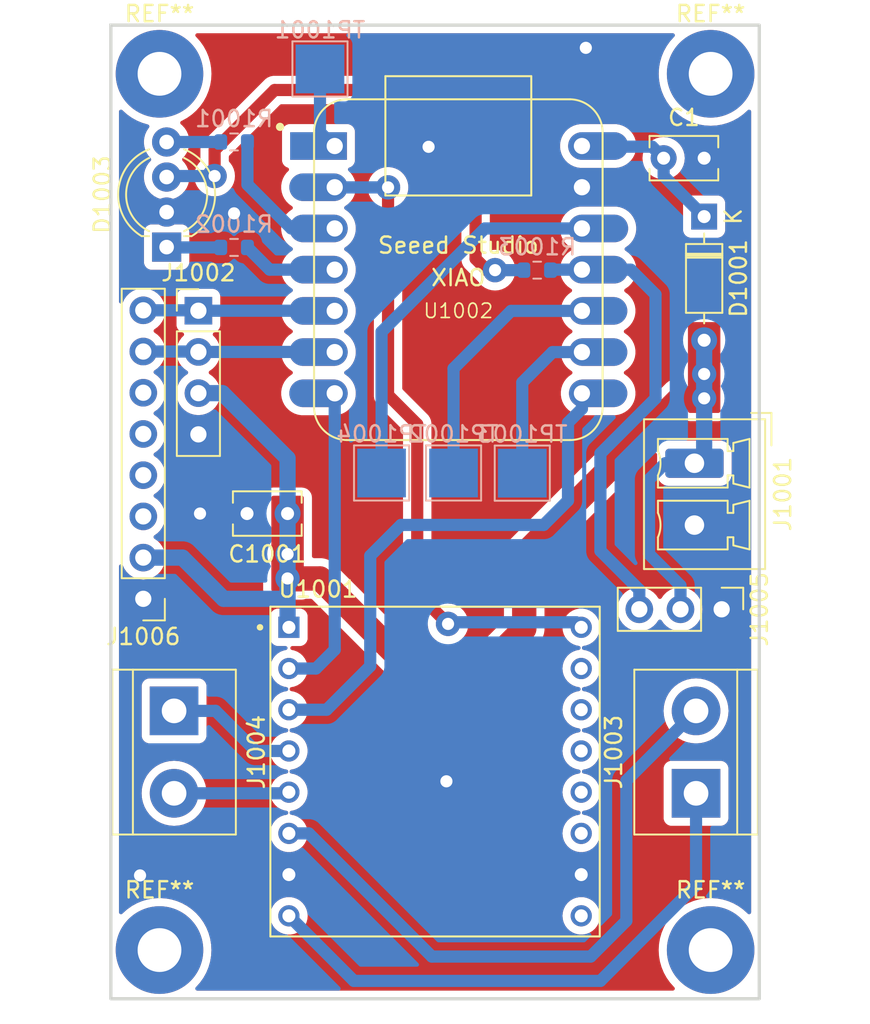
<source format=kicad_pcb>
(kicad_pcb (version 20240108) (generator "pcbnew") (generator_version "8.0")
  (layers (0 "F.Cu" signal) (31 "B.Cu" signal) (34 "B.Paste" user) (35 "F.Paste" user) (36 "B.SilkS" user "B.Silkscreen") (37 "F.SilkS" user "F.Silkscreen") (38 "B.Mask" user) (39 "F.Mask" user) (44 "Edge.Cuts" user))
  (net 0 "")
  (net 1 "GND")
  (net 2 "+5V")
  (net 3 "Net-(D1001-K)")
  (net 4 "Net-(D1003-RA)")
  (net 5 "Net-(D1003-GA)")
  (net 6 "Net-(D1003-BA)")
  (net 7 "/scl")
  (net 8 "/sda")
  (net 9 "Net-(J1003-Pin_2)")
  (net 10 "Net-(J1003-Pin_1)")
  (net 11 "Net-(J1004-Pin_2)")
  (net 12 "Net-(J1004-Pin_1)")
  (net 13 "LED1")
  (net 14 "LED2")
  (net 15 "LED3")
  (net 18 "BUSY")
  (net 19 "UC_TX")
  (net 21 "UC_RX")
  (net 25 "Net-(U1002-PA02_A0_D0)")
  (net 26 "Net-(U1002-PA5_A9_D9_MISO)")
  (net 27 "Net-(U1002-3V3)")
  (net 28 "Net-(U1002-PA7_A8_D8_SCK)")
  (footprint "footprints_esp:XIAO-Generic-Hybrid-14P-2.54-21X17.8MM" (layer "F.Cu") (at 21.435 15.07)
    (property "Reference" "U1002" (at 0 2.54 0) (layer "F.SilkS") (effects (font (size 0.889 0.889) (thickness 0.1016))))
    (property "Value" "MOUDLE-SEEEDUINO-XIAO-ESP32C3" (hide yes))
    (fp_line (start -8.9 -8.5) (end -8.9 8.5) (stroke (width 0.127)) (layer "F.SilkS"))
    (fp_line (start -6.9 10.5) (end 6.9 10.5) (stroke (width 0.127)) (layer "F.SilkS"))
    (fp_line (start -4.5 -11.92403) (end 4.5 -11.92403) (stroke (width 0.127)) (layer "F.SilkS"))
    (fp_line (start -4.5 -4.57073) (end -4.5 -11.92403) (stroke (width 0.127)) (layer "F.SilkS"))
    (fp_line (start 4.5 -11.92403) (end 4.5 -4.57073) (stroke (width 0.127)) (layer "F.SilkS"))
    (fp_line (start 4.5 -4.57073) (end -4.5 -4.57073) (stroke (width 0.127)) (layer "F.SilkS"))
    (fp_line (start 6.9 -10.49909) (end -6.9 -10.49909) (stroke (width 0.127)) (layer "F.SilkS"))
    (fp_line (start 8.9 8.5) (end 8.9 -8.5) (stroke (width 0.127)) (layer "F.SilkS"))
    (fp_arc (start -8.9 -8.5) (mid -8.301491 -9.901491) (end -6.9 -10.5) (stroke (width 0.12)) (layer "F.SilkS"))
    (fp_arc (start -6.9 10.5) (mid -8.301423 9.901423) (end -8.9 8.5) (stroke (width 0.12)) (layer "F.SilkS"))
    (fp_arc (start 6.9 -10.5) (mid 8.301494 -9.901494) (end 8.9 -8.5) (stroke (width 0.12)) (layer "F.SilkS"))
    (fp_arc (start 8.9 8.5) (mid 8.314214 9.914214) (end 6.9 10.5) (stroke (width 0.12)) (layer "F.SilkS"))
    (fp_circle (center -11 -8.8) (end -11 -9.054) (fill solid) (layer "F.SilkS"))
    (fp_poly (pts (xy -8.887715 -8.561705) (xy -8.884667 -8.610473) (xy -8.880603 -8.659494)) (stroke (width 0.0254)) (fill none) (layer "F.SilkS"))
    (fp_poly (pts (xy 8.889492 8.521574) (xy 8.887713 8.57085) (xy 8.884665 8.619618) (xy 8.880601 8.668639) (xy 8.875268 8.717407) (xy 8.868664 8.766175) (xy 8.861044 8.81469) (xy 8.852153 8.86295) (xy 8.842248 8.910955)) (stroke (width 0.0254)) (fill none) (layer "F.SilkS"))
    (fp_text user "Seeed Studio" (at 0 -1.5 0) (layer "F.SilkS"))
    (fp_text user "XIAO" (at 0 0.5 0) (layer "F.SilkS"))
    (pad "1" thru_hole rect (at -7.625 -7.62) (size 3.5 1.7) (drill 1 (offset -1 0)) (layers "*.Cu" "*.Mask") (net 25 "Net-(U1002-PA02_A0_D0)"))
    (pad "2" thru_hole oval (at -7.625 -5.08) (size 3.6 1.7) (drill 1 (offset -1 0)) (layers "*.Cu" "*.Mask") (net 18 "BUSY"))
    (pad "3" thru_hole oval (at -7.625 -2.54) (size 3.6 1.7) (drill 1 (offset -1 0)) (layers "*.Cu" "*.Mask") (net 13 "LED1"))
    (pad "4" thru_hole oval (at -7.625 0) (size 3.6 1.7) (drill 1 (offset -1 0)) (layers "*.Cu" "*.Mask") (net 14 "LED2"))
    (pad "5" thru_hole oval (at -7.625 2.54) (size 3.6 1.7) (drill 1 (offset -1 0)) (layers "*.Cu" "*.Mask") (net 7 "/scl"))
    (pad "6" thru_hole oval (at -7.625 5.08 180) (size 3.6 1.7) (drill 1 (offset 1 0)) (layers "*.Cu" "*.Mask") (net 8 "/sda"))
    (pad "7" thru_hole oval (at -7.625 7.62) (size 3.6 1.7) (drill 1 (offset -1 0)) (layers "*.Cu" "*.Mask") (net 19 "UC_TX"))
    (pad "8" thru_hole oval (at 7.625 7.62) (size 3.6 1.7) (drill 1 (offset 1 0)) (layers "*.Cu" "*.Mask") (net 21 "UC_RX"))
    (pad "9" thru_hole oval (at 7.625 5.08) (size 3.6 1.7) (drill 1 (offset 1 0)) (layers "*.Cu" "*.Mask") (net 28 "Net-(U1002-PA7_A8_D8_SCK)"))
    (pad "10" thru_hole oval (at 7.625 2.54) (size 3.6 1.7) (drill 1 (offset 1 0)) (layers "*.Cu" "*.Mask") (net 26 "Net-(U1002-PA5_A9_D9_MISO)"))
    (pad "11" thru_hole oval (at 7.625 0) (size 3.7 1.7) (drill 1 (offset 1 0)) (layers "*.Cu" "*.Mask") (net 15 "LED3"))
    (pad "12" thru_hole oval (at 7.625 -2.54) (size 3.7 1.7) (drill 1 (offset 1 0)) (layers "*.Cu" "*.Mask") (net 27 "Net-(U1002-3V3)"))
    (pad "13" thru_hole oval (at 7.625 -5.08) (size 3.7 1.7) (drill 1 (offset 1 0)) (layers "*.Cu" "*.Mask") (net 1 "GND"))
    (pad "14" thru_hole oval (at 7.625 -7.62) (size 3.7 1.7) (drill 1 (offset 1 0)) (layers "*.Cu" "*.Mask") (net 3 "Net-(D1001-K)"))
  )
  (footprint "TerminalBlock:TerminalBlock_bornier-2_P5.08mm" (layer "F.Cu") (at 3.9 42.26 -90)
    (property "Reference" "J1004" (at 2.54 -5.08 90) (layer "F.SilkS"))
    (property "Value" "Conn_01x02")
    (fp_line (start -2.54 3.81) (end 7.62 3.81) (stroke (width 0.12)) (layer "F.SilkS"))
    (fp_line (start 7.62 3.81) (end 7.62 -3.81) (stroke (width 0.12)) (layer "F.SilkS"))
    (fp_line (start 7.62 2.54) (end -2.54 2.54) (stroke (width 0.12)) (layer "F.SilkS"))
    (fp_line (start -2.54 -3.81) (end -2.54 3.81) (stroke (width 0.12)) (layer "F.SilkS"))
    (fp_line (start 7.62 -3.81) (end -2.54 -3.81) (stroke (width 0.12)) (layer "F.SilkS"))
    (pad "1" thru_hole rect (at 0 0 270) (size 3 3) (drill 1.52) (layers "*.Cu" "*.Mask") (net 12 "Net-(J1004-Pin_1)"))
    (pad "2" thru_hole circle (at 5.08 0 270) (size 3 3) (drill 1.52) (layers "*.Cu" "*.Mask") (net 11 "Net-(J1004-Pin_2)"))
  )
  (footprint "Connector_Phoenix_MC:PhoenixContact_MCV_1,5_2-G-3.81_1x02_P3.81mm_Vertical" (layer "F.Cu") (at 36 27 -90)
    (property "Reference" "J1001" (at 1.9 -5.45 -90) (layer "F.SilkS"))
    (property "Value" "Conn_01x02")
    (fp_line (start -2.71 3.11) (end 6.52 3.11) (stroke (width 0.12)) (layer "F.SilkS"))
    (fp_line (start 6.52 3.11) (end 6.52 -4.36) (stroke (width 0.12)) (layer "F.SilkS"))
    (fp_line (start -1.5 2.25) (end -1.5 -2.05) (stroke (width 0.12)) (layer "F.SilkS"))
    (fp_line (start -0.75 2.25) (end -1.5 2.25) (stroke (width 0.12)) (layer "F.SilkS"))
    (fp_line (start 1.5 2.25) (end 0.75 2.25) (stroke (width 0.12)) (layer "F.SilkS"))
    (fp_line (start 2.31 2.25) (end 2.31 -2.05) (stroke (width 0.12)) (layer "F.SilkS"))
    (fp_line (start 3.06 2.25) (end 2.31 2.25) (stroke (width 0.12)) (layer "F.SilkS"))
    (fp_line (start 5.31 2.25) (end 4.56 2.25) (stroke (width 0.12)) (layer "F.SilkS"))
    (fp_line (start -1.5 -2.05) (end -0.75 -2.05) (stroke (width 0.12)) (layer "F.SilkS"))
    (fp_line (start -0.75 -2.05) (end -0.75 -2.4) (stroke (width 0.12)) (layer "F.SilkS"))
    (fp_line (start 0.75 -2.05) (end 1.5 -2.05) (stroke (width 0.12)) (layer "F.SilkS"))
    (fp_line (start 1.5 -2.05) (end 1.5 2.25) (stroke (width 0.12)) (layer "F.SilkS"))
    (fp_line (start 2.31 -2.05) (end 3.06 -2.05) (stroke (width 0.12)) (layer "F.SilkS"))
    (fp_line (start 3.06 -2.05) (end 3.06 -2.4) (stroke (width 0.12)) (layer "F.SilkS"))
    (fp_line (start 4.56 -2.05) (end 5.31 -2.05) (stroke (width 0.12)) (layer "F.SilkS"))
    (fp_line (start 5.31 -2.05) (end 5.31 2.25) (stroke (width 0.12)) (layer "F.SilkS"))
    (fp_line (start -1.25 -2.4) (end -1.5 -3.4) (stroke (width 0.12)) (layer "F.SilkS"))
    (fp_line (start -0.75 -2.4) (end -1.25 -2.4) (stroke (width 0.12)) (layer "F.SilkS"))
    (fp_line (start 0.75 -2.4) (end 0.75 -2.05) (stroke (width 0.12)) (layer "F.SilkS"))
    (fp_line (start 1.25 -2.4) (end 0.75 -2.4) (stroke (width 0.12)) (layer "F.SilkS"))
    (fp_line (start 2.56 -2.4) (end 2.31 -3.4) (stroke (width 0.12)) (layer "F.SilkS"))
    (fp_line (start 3.06 -2.4) (end 2.56 -2.4) (stroke (width 0.12)) (layer "F.SilkS"))
    (fp_line (start 4.56 -2.4) (end 4.56 -2.05) (stroke (width 0.12)) (layer "F.SilkS"))
    (fp_line (start 5.06 -2.4) (end 4.56 -2.4) (stroke (width 0.12)) (layer "F.SilkS"))
    (fp_line (start -1.5 -3.4) (end 1.5 -3.4) (stroke (width 0.12)) (layer "F.SilkS"))
    (fp_line (start 1.5 -3.4) (end 1.25 -2.4) (stroke (width 0.12)) (layer "F.SilkS"))
    (fp_line (start 2.31 -3.4) (end 5.31 -3.4) (stroke (width 0.12)) (layer "F.SilkS"))
    (fp_line (start 5.31 -3.4) (end 5.06 -2.4) (stroke (width 0.12)) (layer "F.SilkS"))
    (fp_line (start -3.1 -3.5) (end -3.1 -4.75) (stroke (width 0.12)) (layer "F.SilkS"))
    (fp_line (start -2.71 -4.36) (end -2.71 3.11) (stroke (width 0.12)) (layer "F.SilkS"))
    (fp_line (start 6.52 -4.36) (end -2.71 -4.36) (stroke (width 0.12)) (layer "F.SilkS"))
    (fp_line (start -3.1 -4.75) (end -1.1 -4.75) (stroke (width 0.12)) (layer "F.SilkS"))
    (fp_arc (start -0.75 2.25) (mid -0.000193 2.09191) (end 0.749647 2.249844) (stroke (width 0.12)) (layer "F.SilkS"))
    (fp_arc (start 3.06 2.25) (mid 3.809807 2.09191) (end 4.559647 2.249844) (stroke (width 0.12)) (layer "F.SilkS"))
    (pad "1" thru_hole roundrect (at 0 0 270) (size 1.8 3.6) (drill 1.2) (layers "*.Cu" "*.Mask") (roundrect_rratio 0.138889) (net 2 "+5V"))
    (pad "2" thru_hole oval (at 3.81 0 270) (size 1.8 3.6) (drill 1.2) (layers "*.Cu" "*.Mask") (net 1 "GND"))
  )
  (footprint "MountingHole:MountingHole_2.7mm_Pad" (layer "F.Cu") (at 37 3)
    (property "Reference" "REF**" (at 0 -3.7 0) (layer "F.SilkS"))
    (property "Value" "MountingHole_2.7mm_Pad")
    (pad "1" thru_hole circle (at 0 0) (size 5.4 5.4) (drill 2.7) (layers "*.Cu" "*.Mask"))
  )
  (footprint "Diode_THT:D_DO-35_SOD27_P7.62mm_Horizontal" (layer "F.Cu") (at 36.6 11.8 -90)
    (property "Reference" "D1001" (at 3.81 -2.12 90) (layer "F.SilkS"))
    (property "Value" "1N4148")
    (fp_line (start 1.69 1.12) (end 5.93 1.12) (stroke (width 0.12)) (layer "F.SilkS"))
    (fp_line (start 5.93 1.12) (end 5.93 -1.12) (stroke (width 0.12)) (layer "F.SilkS"))
    (fp_line (start 1.04 0) (end 1.69 0) (stroke (width 0.12)) (layer "F.SilkS"))
    (fp_line (start 6.58 0) (end 5.93 0) (stroke (width 0.12)) (layer "F.SilkS"))
    (fp_line (start 1.69 -1.12) (end 1.69 1.12) (stroke (width 0.12)) (layer "F.SilkS"))
    (fp_line (start 2.29 -1.12) (end 2.29 1.12) (stroke (width 0.12)) (layer "F.SilkS"))
    (fp_line (start 2.41 -1.12) (end 2.41 1.12) (stroke (width 0.12)) (layer "F.SilkS"))
    (fp_line (start 2.53 -1.12) (end 2.53 1.12) (stroke (width 0.12)) (layer "F.SilkS"))
    (fp_line (start 5.93 -1.12) (end 1.69 -1.12) (stroke (width 0.12)) (layer "F.SilkS"))
    (fp_text user "K" (at 0 -1.8 90) (layer "F.SilkS"))
    (pad "1" thru_hole rect (at 0 0 270) (size 1.6 1.6) (drill 0.8) (layers "*.Cu" "*.Mask") (net 3 "Net-(D1001-K)"))
    (pad "2" thru_hole oval (at 7.62 0 270) (size 1.6 1.6) (drill 0.8) (layers "*.Cu" "*.Mask") (net 2 "+5V"))
  )
  (footprint "DFR0299:MODULE_DFR0299" (layer "F.Cu") (at 20 46)
    (property "Reference" "U1001" (at -7.225 -11.235 0) (layer "F.SilkS"))
    (property "Value" "DFR0299")
    (fp_line (start -10.16 -10.16) (end 10.16 -10.16) (stroke (width 0.127)) (layer "F.SilkS"))
    (fp_line (start -10.16 10.16) (end -10.16 -10.16) (stroke (width 0.127)) (layer "F.SilkS"))
    (fp_line (start 10.16 -10.16) (end 10.16 10.16) (stroke (width 0.127)) (layer "F.SilkS"))
    (fp_line (start 10.16 10.16) (end -10.16 10.16) (stroke (width 0.127)) (layer "F.SilkS"))
    (fp_circle (center -10.8 -8.89) (end -10.7 -8.89) (stroke (width 0.2)) (fill none) (layer "F.SilkS"))
    (pad "1" thru_hole rect (at -9.017 -8.89) (size 1.308 1.308) (drill 0.8) (layers "*.Cu" "*.Mask") (net 2 "+5V"))
    (pad "2" thru_hole circle (at -9.017 -6.35) (size 1.308 1.308) (drill 0.8) (layers "*.Cu" "*.Mask") (net 19 "UC_TX"))
    (pad "3" thru_hole circle (at -9.017 -3.81) (size 1.308 1.308) (drill 0.8) (layers "*.Cu" "*.Mask") (net 21 "UC_RX"))
    (pad "4" thru_hole circle (at -9.017 -1.27) (size 1.308 1.308) (drill 0.8) (layers "*.Cu" "*.Mask") (net 12 "Net-(J1004-Pin_1)"))
    (pad "5" thru_hole circle (at -9.017 1.27) (size 1.308 1.308) (drill 0.8) (layers "*.Cu" "*.Mask") (net 11 "Net-(J1004-Pin_2)"))
    (pad "6" thru_hole circle (at -9.017 3.81) (size 1.308 1.308) (drill 0.8) (layers "*.Cu" "*.Mask") (net 9 "Net-(J1003-Pin_2)"))
    (pad "7" thru_hole circle (at -9.017 6.35) (size 1.308 1.308) (drill 0.8) (layers "*.Cu" "*.Mask") (net 1 "GND"))
    (pad "8" thru_hole circle (at -9.017 8.89) (size 1.308 1.308) (drill 0.8) (layers "*.Cu" "*.Mask") (net 10 "Net-(J1003-Pin_1)"))
    (pad "9" thru_hole circle (at 9.017 8.89) (size 1.308 1.308) (drill 0.8) (layers "*.Cu" "*.Mask"))
    (pad "10" thru_hole circle (at 9.017 6.35) (size 1.308 1.308) (drill 0.8) (layers "*.Cu" "*.Mask") (net 1 "GND"))
    (pad "11" thru_hole circle (at 9.017 3.81) (size 1.308 1.308) (drill 0.8) (layers "*.Cu" "*.Mask"))
    (pad "12" thru_hole circle (at 9.017 1.27) (size 1.308 1.308) (drill 0.8) (layers "*.Cu" "*.Mask"))
    (pad "13" thru_hole circle (at 9.017 -1.27) (size 1.308 1.308) (drill 0.8) (layers "*.Cu" "*.Mask"))
    (pad "14" thru_hole circle (at 9.017 -3.81) (size 1.308 1.308) (drill 0.8) (layers "*.Cu" "*.Mask"))
    (pad "15" thru_hole circle (at 9.017 -6.35) (size 1.308 1.308) (drill 0.8) (layers "*.Cu" "*.Mask"))
    (pad "16" thru_hole circle (at 9.017 -8.89) (size 1.308 1.308) (drill 0.8) (layers "*.Cu" "*.Mask") (net 18 "BUSY"))
  )
  (footprint "LED_THT:LED_D5.0mm-4_RGB_Wide_Pins" (layer "F.Cu") (at 3.44 13.68 90)
    (property "Reference" "D1003" (at 3.2385 -3.96 -90) (layer "F.SilkS"))
    (property "Value" "LED_GKBR")
    (fp_line (start 0.6785 -1.545) (end 0.6785 -1.08) (stroke (width 0.12)) (layer "F.SilkS"))
    (fp_line (start 0.6785 1.08) (end 0.6785 1.545) (stroke (width 0.12)) (layer "F.SilkS"))
    (fp_arc (start 0.6785 -1.54483) (mid 3.496956 -2.978809) (end 6.026315 -1.080827) (stroke (width 0.12)) (layer "F.SilkS"))
    (fp_arc (start 0.983816 -1.08) (mid 3.238262 -2.5) (end 5.492979 -1.080429) (stroke (width 0.12)) (layer "F.SilkS"))
    (fp_arc (start 5.492979 1.080429) (mid 3.238262 2.5) (end 0.983816 1.08) (stroke (width 0.12)) (layer "F.SilkS"))
    (fp_arc (start 6.026315 1.080827) (mid 3.496956 2.978808) (end 0.6785 1.54483) (stroke (width 0.12)) (layer "F.SilkS"))
    (pad "1" thru_hole rect (at 0 0 90) (size 1.8 1.8) (drill 0.9) (layers "*.Cu" "*.Mask") (net 5 "Net-(D1003-GA)"))
    (pad "2" thru_hole circle (at 2.159 0 90) (size 1.8 1.8) (drill 0.9) (layers "*.Cu" "*.Mask") (net 1 "GND"))
    (pad "3" thru_hole circle (at 4.318 0 90) (size 1.8 1.8) (drill 0.9) (layers "*.Cu" "*.Mask") (net 6 "Net-(D1003-BA)"))
    (pad "4" thru_hole circle (at 6.477 0 90) (size 1.8 1.8) (drill 0.9) (layers "*.Cu" "*.Mask") (net 4 "Net-(D1003-RA)"))
  )
  (footprint "MountingHole:MountingHole_2.7mm_Pad" (layer "F.Cu") (at 3 3)
    (property "Reference" "REF**" (at 0 -3.7 0) (layer "F.SilkS"))
    (property "Value" "MountingHole_2.7mm_Pad")
    (pad "1" thru_hole circle (at 0 0) (size 5.4 5.4) (drill 2.7) (layers "*.Cu" "*.Mask"))
  )
  (footprint "MountingHole:MountingHole_2.7mm_Pad" (layer "F.Cu") (at 3 57)
    (property "Reference" "REF**" (at 0 -3.7 0) (layer "F.SilkS"))
    (property "Value" "MountingHole_2.7mm_Pad")
    (pad "1" thru_hole circle (at 0 0) (size 5.4 5.4) (drill 2.7) (layers "*.Cu" "*.Mask"))
  )
  (footprint "Capacitor_THT:C_Rect_L4.0mm_W2.5mm_P2.50mm" (layer "F.Cu") (at 10.9 30.1 180)
    (property "Reference" "C1001" (at 1.25 -2.5 180) (layer "F.SilkS"))
    (property "Value" "22uF x 25V X7R 1210")
    (fp_line (start 3.37 0.665) (end 3.37 1.37) (stroke (width 0.12)) (layer "F.SilkS"))
    (fp_line (start 3.37 -1.37) (end 3.37 -0.665) (stroke (width 0.12)) (layer "F.SilkS"))
    (fp_line (start -0.87 1.37) (end 3.37 1.37) (stroke (width 0.12)) (layer "F.SilkS"))
    (fp_line (start -0.87 0.665) (end -0.87 1.37) (stroke (width 0.12)) (layer "F.SilkS"))
    (fp_line (start -0.87 -1.37) (end 3.37 -1.37) (stroke (width 0.12)) (layer "F.SilkS"))
    (fp_line (start -0.87 -1.37) (end -0.87 -0.665) (stroke (width 0.12)) (layer "F.SilkS"))
    (pad "1" thru_hole circle (at 0 0 180) (size 1.6 1.6) (drill 0.8) (layers "*.Cu" "*.Mask") (net 2 "+5V"))
    (pad "2" thru_hole circle (at 2.5 0 180) (size 1.6 1.6) (drill 0.8) (layers "*.Cu" "*.Mask") (net 1 "GND"))
  )
  (footprint "MountingHole:MountingHole_2.7mm_Pad" (layer "F.Cu") (at 37 57)
    (property "Reference" "REF**" (at 0 -3.7 0) (layer "F.SilkS"))
    (property "Value" "MountingHole_2.7mm_Pad")
    (pad "1" thru_hole circle (at 0 0) (size 5.4 5.4) (drill 2.7) (layers "*.Cu" "*.Mask"))
  )
  (footprint "TerminalBlock:TerminalBlock_bornier-2_P5.08mm" (layer "F.Cu") (at 36.1 47.34 90)
    (property "Reference" "J1003" (at 2.54 -5.08 90) (layer "F.SilkS"))
    (property "Value" "Conn_01x02")
    (fp_line (start 7.62 -3.81) (end -2.54 -3.81) (stroke (width 0.12)) (layer "F.SilkS"))
    (fp_line (start -2.54 -3.81) (end -2.54 3.81) (stroke (width 0.12)) (layer "F.SilkS"))
    (fp_line (start 7.62 2.54) (end -2.54 2.54) (stroke (width 0.12)) (layer "F.SilkS"))
    (fp_line (start 7.62 3.81) (end 7.62 -3.81) (stroke (width 0.12)) (layer "F.SilkS"))
    (fp_line (start -2.54 3.81) (end 7.62 3.81) (stroke (width 0.12)) (layer "F.SilkS"))
    (pad "1" thru_hole rect (at 0 0 90) (size 3 3) (drill 1.52) (layers "*.Cu" "*.Mask") (net 10 "Net-(J1003-Pin_1)"))
    (pad "2" thru_hole circle (at 5.08 0 90) (size 3 3) (drill 1.52) (layers "*.Cu" "*.Mask") (net 9 "Net-(J1003-Pin_2)"))
  )
  (footprint "Capacitor_THT:C_Rect_L4.0mm_W2.5mm_P2.50mm" (layer "F.Cu") (at 34.1 8.2)
    (property "Reference" "C1" (at 1.25 -2.5 0) (layer "F.SilkS"))
    (property "Value" "22uF x 25V X7R 1210")
    (fp_line (start -0.87 -1.37) (end -0.87 -0.665) (stroke (width 0.12)) (layer "F.SilkS"))
    (fp_line (start -0.87 -1.37) (end 3.37 -1.37) (stroke (width 0.12)) (layer "F.SilkS"))
    (fp_line (start -0.87 0.665) (end -0.87 1.37) (stroke (width 0.12)) (layer "F.SilkS"))
    (fp_line (start -0.87 1.37) (end 3.37 1.37) (stroke (width 0.12)) (layer "F.SilkS"))
    (fp_line (start 3.37 -1.37) (end 3.37 -0.665) (stroke (width 0.12)) (layer "F.SilkS"))
    (fp_line (start 3.37 0.665) (end 3.37 1.37) (stroke (width 0.12)) (layer "F.SilkS"))
    (pad "1" thru_hole circle (at 0 0) (size 1.6 1.6) (drill 0.8) (layers "*.Cu" "*.Mask") (net 3 "Net-(D1001-K)"))
    (pad "2" thru_hole circle (at 2.5 0) (size 1.6 1.6) (drill 0.8) (layers "*.Cu" "*.Mask") (net 1 "GND"))
  )
  (footprint "Connector_PinHeader_2.54mm:PinHeader_1x04_P2.54mm_Vertical" (layer "F.Cu") (at 5.4 17.6)
    (property "Reference" "J1002" (at 0 -2.33 0) (layer "F.SilkS"))
    (property "Value" "Conn_01x04")
    (fp_line (start -1.33 -1.33) (end 0 -1.33) (stroke (width 0.12)) (layer "F.SilkS"))
    (fp_line (start -1.33 0) (end -1.33 -1.33) (stroke (width 0.12)) (layer "F.SilkS"))
    (fp_line (start -1.33 1.27) (end -1.33 8.95) (stroke (width 0.12)) (layer "F.SilkS"))
    (fp_line (start -1.33 1.27) (end 1.33 1.27) (stroke (width 0.12)) (layer "F.SilkS"))
    (fp_line (start -1.33 8.95) (end 1.33 8.95) (stroke (width 0.12)) (layer "F.SilkS"))
    (fp_line (start 1.33 1.27) (end 1.33 8.95) (stroke (width 0.12)) (layer "F.SilkS"))
    (pad "1" thru_hole rect (at 0 0) (size 1.7 1.7) (drill 1) (layers "*.Cu" "*.Mask") (net 7 "/scl"))
    (pad "2" thru_hole oval (at 0 2.54) (size 1.7 1.7) (drill 1) (layers "*.Cu" "*.Mask") (net 8 "/sda"))
    (pad "3" thru_hole oval (at 0 5.08) (size 1.7 1.7) (drill 1) (layers "*.Cu" "*.Mask") (net 2 "+5V"))
    (pad "4" thru_hole oval (at 0 7.62) (size 1.7 1.7) (drill 1) (layers "*.Cu" "*.Mask") (net 1 "GND"))
  )
  (footprint "Connector_PinHeader_2.54mm:PinHeader_1x08_P2.54mm_Vertical" (layer "F.Cu") (at 2 35.355 180)
    (property "Reference" "J1006" (at 0 -2.33 180) (layer "F.SilkS"))
    (property "Value" "Conn_01x08")
    (fp_line (start 1.33 1.27) (end 1.33 19.11) (stroke (width 0.12)) (layer "F.SilkS"))
    (fp_line (start -1.33 19.11) (end 1.33 19.11) (stroke (width 0.12)) (layer "F.SilkS"))
    (fp_line (start -1.33 1.27) (end 1.33 1.27) (stroke (width 0.12)) (layer "F.SilkS"))
    (fp_line (start -1.33 1.27) (end -1.33 19.11) (stroke (width 0.12)) (layer "F.SilkS"))
    (fp_line (start -1.33 0) (end -1.33 -1.33) (stroke (width 0.12)) (layer "F.SilkS"))
    (fp_line (start -1.33 -1.33) (end 0 -1.33) (stroke (width 0.12)) (layer "F.SilkS"))
    (pad "1" thru_hole rect (at 0 0 180) (size 1.7 1.7) (drill 1) (layers "*.Cu" "*.Mask") (net 1 "GND"))
    (pad "2" thru_hole oval (at 0 2.54 180) (size 1.7 1.7) (drill 1) (layers "*.Cu" "*.Mask") (net 2 "+5V"))
    (pad "3" thru_hole oval (at 0 5.08 180) (size 1.7 1.7) (drill 1) (layers "*.Cu" "*.Mask"))
    (pad "4" thru_hole oval (at 0 7.62 180) (size 1.7 1.7) (drill 1) (layers "*.Cu" "*.Mask"))
    (pad "5" thru_hole oval (at 0 10.16 180) (size 1.7 1.7) (drill 1) (layers "*.Cu" "*.Mask"))
    (pad "6" thru_hole oval (at 0 12.7 180) (size 1.7 1.7) (drill 1) (layers "*.Cu" "*.Mask"))
    (pad "7" thru_hole oval (at 0 15.24 180) (size 1.7 1.7) (drill 1) (layers "*.Cu" "*.Mask") (net 8 "/sda"))
    (pad "8" thru_hole oval (at 0 17.78 180) (size 1.7 1.7) (drill 1) (layers "*.Cu" "*.Mask") (net 7 "/scl"))
  )
  (footprint "Connector_PinHeader_2.54mm:PinHeader_1x03_P2.54mm_Vertical" (layer "F.Cu") (at 37.68 36 -90)
    (property "Reference" "J1005" (at 0 -2.33 90) (layer "F.SilkS"))
    (property "Value" "Conn_01x03")
    (fp_line (start -1.33 6.41) (end 1.33 6.41) (stroke (width 0.12)) (layer "F.SilkS"))
    (fp_line (start -1.33 1.27) (end -1.33 6.41) (stroke (width 0.12)) (layer "F.SilkS"))
    (fp_line (start -1.33 1.27) (end 1.33 1.27) (stroke (width 0.12)) (layer "F.SilkS"))
    (fp_line (start 1.33 1.27) (end 1.33 6.41) (stroke (width 0.12)) (layer "F.SilkS"))
    (fp_line (start -1.33 0) (end -1.33 -1.33) (stroke (width 0.12)) (layer "F.SilkS"))
    (fp_line (start -1.33 -1.33) (end 0 -1.33) (stroke (width 0.12)) (layer "F.SilkS"))
    (pad "1" thru_hole rect (at 0 0 270) (size 1.7 1.7) (drill 1) (layers "*.Cu" "*.Mask") (net 1 "GND"))
    (pad "2" thru_hole oval (at 0 2.54 270) (size 1.7 1.7) (drill 1) (layers "*.Cu" "*.Mask") (net 2 "+5V"))
    (pad "3" thru_hole oval (at 0 5.08 270) (size 1.7 1.7) (drill 1) (layers "*.Cu" "*.Mask") (net 15 "LED3"))
  )
  (footprint "TestPoint:TestPoint_Pad_3.0x3.0mm" (layer "B.Cu") (at 16.7 27.6 180)
    (property "Reference" "TP1004" (at 0 2.398 180) (layer "B.SilkS") (effects (justify mirror)))
    (property "Value" "TestPoint")
    (fp_line (start 1.7 1.7) (end -1.7 1.7) (stroke (width 0.12)) (layer "B.SilkS"))
    (fp_line (start 1.7 -1.7) (end 1.7 1.7) (stroke (width 0.12)) (layer "B.SilkS"))
    (fp_line (start -1.7 1.7) (end -1.7 -1.7) (stroke (width 0.12)) (layer "B.SilkS"))
    (fp_line (start -1.7 -1.7) (end 1.7 -1.7) (stroke (width 0.12)) (layer "B.SilkS"))
    (pad "1" smd rect (at 0 0 180) (size 3 3) (layers "B.Cu" "B.Mask") (net 27 "Net-(U1002-3V3)"))
  )
  (footprint "Resistor_SMD:R_0603_1608Metric" (layer "B.Cu") (at 26.3 15.1 180)
    (property "Reference" "R1003" (at 0 1.43 0) (layer "B.SilkS") (effects (justify mirror)))
    (property "Value" "100")
    (fp_line (start 0.237258 0.5225) (end -0.237258 0.5225) (stroke (width 0.12)) (layer "B.SilkS"))
    (fp_line (start 0.237258 -0.5225) (end -0.237258 -0.5225) (stroke (width 0.12)) (layer "B.SilkS"))
    (pad "1" smd roundrect (at -0.825 0 180) (size 0.8 0.95) (layers "B.Cu" "B.Paste" "B.Mask") (net 15 "LED3"))
    (pad "2" smd roundrect (at 0.825 0 180) (size 0.8 0.95) (layers "B.Cu" "B.Paste" "B.Mask") (net 6 "Net-(D1003-BA)"))
  )
  (footprint "TestPoint:TestPoint_Pad_3.0x3.0mm" (layer "B.Cu") (at 25.38 27.61 180)
    (property "Reference" "TP1003" (at 0 2.398 180) (layer "B.SilkS") (effects (justify mirror)))
    (property "Value" "TestPoint")
    (fp_line (start 1.7 1.7) (end -1.7 1.7) (stroke (width 0.12)) (layer "B.SilkS"))
    (fp_line (start 1.7 -1.7) (end 1.7 1.7) (stroke (width 0.12)) (layer "B.SilkS"))
    (fp_line (start -1.7 1.7) (end -1.7 -1.7) (stroke (width 0.12)) (layer "B.SilkS"))
    (fp_line (start -1.7 -1.7) (end 1.7 -1.7) (stroke (width 0.12)) (layer "B.SilkS"))
    (pad "1" smd rect (at 0 0 180) (size 3 3) (layers "B.Cu" "B.Mask") (net 28 "Net-(U1002-PA7_A8_D8_SCK)"))
  )
  (footprint "TestPoint:TestPoint_Pad_3.0x3.0mm" (layer "B.Cu") (at 21.14 27.6 180)
    (property "Reference" "TP1002" (at 0 2.398 180) (layer "B.SilkS") (effects (justify mirror)))
    (property "Value" "TestPoint")
    (fp_line (start 1.7 1.7) (end -1.7 1.7) (stroke (width 0.12)) (layer "B.SilkS"))
    (fp_line (start 1.7 -1.7) (end 1.7 1.7) (stroke (width 0.12)) (layer "B.SilkS"))
    (fp_line (start -1.7 1.7) (end -1.7 -1.7) (stroke (width 0.12)) (layer "B.SilkS"))
    (fp_line (start -1.7 -1.7) (end 1.7 -1.7) (stroke (width 0.12)) (layer "B.SilkS"))
    (pad "1" smd rect (at 0 0 180) (size 3 3) (layers "B.Cu" "B.Mask") (net 26 "Net-(U1002-PA5_A9_D9_MISO)"))
  )
  (footprint "TestPoint:TestPoint_Pad_3.0x3.0mm" (layer "B.Cu") (at 12.9 2.7 180)
    (property "Reference" "TP1001" (at 0 2.398 0) (layer "B.SilkS") (effects (justify mirror)))
    (property "Value" "TestPoint")
    (fp_line (start 1.7 1.7) (end -1.7 1.7) (stroke (width 0.12)) (layer "B.SilkS"))
    (fp_line (start 1.7 -1.7) (end 1.7 1.7) (stroke (width 0.12)) (layer "B.SilkS"))
    (fp_line (start -1.7 1.7) (end -1.7 -1.7) (stroke (width 0.12)) (layer "B.SilkS"))
    (fp_line (start -1.7 -1.7) (end 1.7 -1.7) (stroke (width 0.12)) (layer "B.SilkS"))
    (pad "1" smd rect (at 0 0 180) (size 3 3) (layers "B.Cu" "B.Mask") (net 25 "Net-(U1002-PA02_A0_D0)"))
  )
  (footprint "Resistor_SMD:R_0603_1608Metric" (layer "B.Cu") (at 7.6 7.2 180)
    (property "Reference" "R1001" (at 0 1.43 180) (layer "B.SilkS") (effects (justify mirror)))
    (property "Value" "100")
    (fp_line (start 0.237258 0.5225) (end -0.237258 0.5225) (stroke (width 0.12)) (layer "B.SilkS"))
    (fp_line (start 0.237258 -0.5225) (end -0.237258 -0.5225) (stroke (width 0.12)) (layer "B.SilkS"))
    (pad "1" smd roundrect (at -0.825 0 180) (size 0.8 0.95) (layers "B.Cu" "B.Paste" "B.Mask") (net 13 "LED1"))
    (pad "2" smd roundrect (at 0.825 0 180) (size 0.8 0.95) (layers "B.Cu" "B.Paste" "B.Mask") (net 4 "Net-(D1003-RA)"))
  )
  (footprint "Resistor_SMD:R_0603_1608Metric" (layer "B.Cu") (at 7.6 13.7 180)
    (property "Reference" "R1002" (at 0 1.43 180) (layer "B.SilkS") (effects (justify mirror)))
    (property "Value" "100")
    (fp_line (start 0.237258 0.5225) (end -0.237258 0.5225) (stroke (width 0.12)) (layer "B.SilkS"))
    (fp_line (start 0.237258 -0.5225) (end -0.237258 -0.5225) (stroke (width 0.12)) (layer "B.SilkS"))
    (pad "1" smd roundrect (at -0.825 0 180) (size 0.8 0.95) (layers "B.Cu" "B.Paste" "B.Mask") (net 14 "LED2"))
    (pad "2" smd roundrect (at 0.825 0 180) (size 0.8 0.95) (layers "B.Cu" "B.Paste" "B.Mask") (net 5 "Net-(D1003-GA)"))
  )
  (gr_rect (start 0 0) (end 40 60) (stroke (width 0.2)) (fill none) (layer "Edge.Cuts"))
  (via (at 5.5 30.1) (size 1.5) (drill 0.75) (layers "F.Cu" "B.Cu") (net 1))
  (via (at 20.7 46.6) (size 1.5) (drill 0.75) (layers "F.Cu" "B.Cu") (net 1))
  (via (at 1.8 52.4) (size 1.5) (drill 0.75) (layers "F.Cu" "B.Cu") (net 1))
  (via (at 7.6 11.6) (size 1.5) (drill 0.75) (layers "F.Cu" "B.Cu") (net 1))
  (via (at 29.3 1.4) (size 1.5) (drill 0.75) (layers "F.Cu" "B.Cu") (net 1))
  (via (at 19.6 7.5) (size 1.5) (drill 0.75) (layers "F.Cu" "B.Cu") (net 1))
  (segment (start 25.5 32.6) (end 35.1 23) (width 1.5) (layer "F.Cu") (net 2))
  (segment (start 25.5 37.2) (end 25.5 32.6) (width 1.5) (layer "F.Cu") (net 2))
  (segment (start 12.9 34.1) (end 18.2 39.4) (width 1.5) (layer "F.Cu") (net 2))
  (segment (start 10.9 32.6) (end 10.9 34.1) (width 1.5) (layer "F.Cu") (net 2))
  (segment (start 10.9 34.1) (end 12.9 34.1) (width 1.5) (layer "F.Cu") (net 2))
  (segment (start 35.1 23) (end 36.6 23) (width 1.5) (layer "F.Cu") (net 2))
  (segment (start 18.2 39.4) (end 23.3 39.4) (width 1.5) (layer "F.Cu") (net 2))
  (segment (start 23.3 39.4) (end 25.5 37.2) (width 1.5) (layer "F.Cu") (net 2))
  (via (at 36.6 23) (size 1.5) (drill 0.75) (layers "F.Cu" "B.Cu") (net 2))
  (via (at 36.6 21.5) (size 1.5) (drill 0.75) (layers "F.Cu" "B.Cu") (net 2))
  (via (at 10.9 32.6) (size 1.5) (drill 0.75) (layers "F.Cu" "B.Cu") (net 2))
  (via (at 10.9 34.1) (size 1.5) (drill 0.75) (layers "F.Cu" "B.Cu") (net 2))
  (segment (start 10.9 33.683) (end 10.9 32.6) (width 1) (layer "B.Cu") (net 2))
  (segment (start 6.88 22.68) (end 10.9 26.7) (width 1) (layer "B.Cu") (net 2))
  (segment (start 33.2 32.6) (end 33.2 28) (width 0.75) (layer "B.Cu") (net 2))
  (segment (start 10.9 32.6) (end 10.9 30.1) (width 1) (layer "B.Cu") (net 2))
  (segment (start 6.955 35.355) (end 10.9 35.355) (width 1) (layer "B.Cu") (net 2))
  (segment (start 2 32.815) (end 4.415 32.815) (width 1) (layer "B.Cu") (net 2))
  (segment (start 35.14 34.54) (end 33.2 32.6) (width 0.75) (layer "B.Cu") (net 2))
  (segment (start 35.14 36) (end 35.14 34.54) (width 0.75) (layer "B.Cu") (net 2))
  (segment (start 4.415 32.815) (end 6.955 35.355) (width 1) (layer "B.Cu") (net 2))
  (segment (start 10.9 33.683) (end 10.9 37.027) (width 1) (layer "B.Cu") (net 2))
  (segment (start 34.2 27) (end 36 27) (width 0.75) (layer "B.Cu") (net 2))
  (segment (start 36 27) (end 36.6 26.4) (width 0.75) (layer "B.Cu") (net 2))
  (segment (start 10.9 35.355) (end 10.9 33.683) (width 0.75) (layer "B.Cu") (net 2))
  (segment (start 10.9 37.027) (end 10.983 37.11) (width 0.75) (layer "B.Cu") (net 2))
  (segment (start 36.6 26.4) (end 36.6 23) (width 1) (layer "B.Cu") (net 2))
  (segment (start 5.4 22.68) (end 6.88 22.68) (width 1) (layer "B.Cu") (net 2))
  (segment (start 10.9 26.7) (end 10.9 30.1) (width 1) (layer "B.Cu") (net 2))
  (segment (start 36.6 21.5) (end 36.6 19.42) (width 1) (layer "B.Cu") (net 2))
  (segment (start 33.2 28) (end 34.2 27) (width 0.75) (layer "B.Cu") (net 2))
  (segment (start 36.6 21.5) (end 36.6 23) (width 1) (layer "B.Cu") (net 2))
  (segment (start 34.1 8.2) (end 33.39 7.49) (width 0.75) (layer "B.Cu") (net 3))
  (segment (start 33.39 7.49) (end 29.1 7.49) (width 0.75) (layer "B.Cu") (net 3))
  (segment (start 34.1 9.3) (end 34.1 8.2) (width 0.75) (layer "B.Cu") (net 3))
  (segment (start 36.6 11.8) (end 34.1 9.3) (width 0.75) (layer "B.Cu") (net 3))
  (segment (start 29.1 7.49) (end 29.06 7.45) (width 0.75) (layer "B.Cu") (net 3))
  (segment (start 6.772 7.203) (end 6.775 7.2) (width 0.75) (layer "B.Cu") (net 4))
  (segment (start 3.44 7.203) (end 6.772 7.203) (width 0.75) (layer "B.Cu") (net 4))
  (segment (start 6.775 13.7) (end 3.46 13.7) (width 0.75) (layer "B.Cu") (net 5))
  (segment (start 3.46 13.7) (end 3.44 13.68) (width 0.75) (layer "B.Cu") (net 5))
  (segment (start 22.5 6.8) (end 19.7 4) (width 0.75) (layer "F.Cu") (net 6))
  (segment (start 19.7 4) (end 10.1 4) (width 0.75) (layer "F.Cu") (net 6))
  (segment (start 23.675 15.1) (end 23.2 15.1) (width 0.75) (layer "F.Cu") (net 6))
  (segment (start 6.4 7.7) (end 6.4 9.3) (width 0.75) (layer "F.Cu") (net 6))
  (segment (start 22.5 14.4) (end 22.5 6.8) (width 0.75) (layer "F.Cu") (net 6))
  (segment (start 10.1 4) (end 6.4 7.7) (width 0.75) (layer "F.Cu") (net 6))
  (segment (start 23.2 15.1) (end 22.5 14.4) (width 0.75) (layer "F.Cu") (net 6))
  (via (at 6.4 9.3) (size 1.5) (drill 0.75) (layers "F.Cu" "B.Cu") (net 6))
  (via (at 23.7 15.1) (size 1.5) (drill 0.75) (layers "F.Cu" "B.Cu") (net 6))
  (segment (start 6.4 9.3) (end 3.502 9.3) (width 0.75) (layer "B.Cu") (net 6))
  (segment (start 25.475 15.1) (end 23.7 15.1) (width 0.75) (layer "B.Cu") (net 6))
  (segment (start 3.502 9.3) (end 3.44 9.362) (width 0.75) (layer "B.Cu") (net 6))
  (segment (start 5.4 17.6) (end 13.8 17.6) (width 0.75) (layer "B.Cu") (net 7))
  (segment (start 5.375 17.575) (end 5.4 17.6) (width 0.75) (layer "B.Cu") (net 7))
  (segment (start 2 17.575) (end 5.375 17.575) (width 0.75) (layer "B.Cu") (net 7))
  (segment (start 13.8 17.6) (end 13.81 17.61) (width 0.75) (layer "B.Cu") (net 7))
  (segment (start 5.375 20.115) (end 5.4 20.14) (width 0.75) (layer "B.Cu") (net 8))
  (segment (start 5.4 20.14) (end 13.8 20.14) (width 0.75) (layer "B.Cu") (net 8))
  (segment (start 13.8 20.14) (end 13.81 20.15) (width 0.75) (layer "B.Cu") (net 8))
  (segment (start 2 20.115) (end 5.375 20.115) (width 0.75) (layer "B.Cu") (net 8))
  (segment (start 31.8 55.2) (end 31.8 46.56) (width 0.75) (layer "B.Cu") (net 9))
  (segment (start 31.8 46.56) (end 36.1 42.26) (width 0.75) (layer "B.Cu") (net 9))
  (segment (start 12.21 49.81) (end 19.8 57.4) (width 0.75) (layer "B.Cu") (net 9))
  (segment (start 19.8 57.4) (end 29.6 57.4) (width 0.75) (layer "B.Cu") (net 9))
  (segment (start 29.6 57.4) (end 31.8 55.2) (width 0.75) (layer "B.Cu") (net 9))
  (segment (start 10.983 49.81) (end 12.21 49.81) (width 0.75) (layer "B.Cu") (net 9))
  (segment (start 36.1 53) (end 36.1 47.34) (width 0.75) (layer "B.Cu") (net 10))
  (segment (start 14.993 58.9) (end 30.2 58.9) (width 0.75) (layer "B.Cu") (net 10))
  (segment (start 30.2 58.9) (end 36.1 53) (width 0.75) (layer "B.Cu") (net 10))
  (segment (start 10.983 54.89) (end 14.993 58.9) (width 0.75) (layer "B.Cu") (net 10))
  (segment (start 10.913 47.34) (end 10.983 47.27) (width 0.5) (layer "B.Cu") (net 11))
  (segment (start 3.9 47.34) (end 10.913 47.34) (width 0.75) (layer "B.Cu") (net 11))
  (segment (start 6.46 42.26) (end 8.93 44.73) (width 0.75) (layer "B.Cu") (net 12))
  (segment (start 3.9 42.26) (end 6.46 42.26) (width 0.75) (layer "B.Cu") (net 12))
  (segment (start 8.93 44.73) (end 10.983 44.73) (width 0.75) (layer "B.Cu") (net 12))
  (segment (start 8.425 7.2) (end 8.425 9.825) (width 0.75) (layer "B.Cu") (net 13))
  (segment (start 8.425 9.825) (end 11.13 12.53) (width 0.75) (layer "B.Cu") (net 13))
  (segment (start 11.13 12.53) (end 13.81 12.53) (width 0.75) (layer "B.Cu") (net 13))
  (segment (start 13.81 15.07) (end 9.795 15.07) (width 0.75) (layer "B.Cu") (net 14))
  (segment (start 9.795 15.07) (end 8.425 13.7) (width 0.75) (layer "B.Cu") (net 14))
  (segment (start 27.155 15.07) (end 27.125 15.1) (width 0.75) (layer "B.Cu") (net 15))
  (segment (start 30.2 32.4) (end 32.6 34.8) (width 0.75) (layer "B.Cu") (net 15))
  (segment (start 29.06 15.07) (end 32.07 15.07) (width 0.75) (layer "B.Cu") (net 15))
  (segment (start 33.6 16.6) (end 33.6 23) (width 0.75) (layer "B.Cu") (net 15))
  (segment (start 29.06 15.07) (end 27.155 15.07) (width 0.75) (layer "B.Cu") (net 15))
  (segment (start 30.2 26.4) (end 30.2 32.4) (width 0.75) (layer "B.Cu") (net 15))
  (segment (start 32.6 34.8) (end 32.6 36) (width 0.75) (layer "B.Cu") (net 15))
  (segment (start 33.6 23) (end 30.2 26.4) (width 0.75) (layer "B.Cu") (net 15))
  (segment (start 32.07 15.07) (end 33.6 16.6) (width 0.75) (layer "B.Cu") (net 15))
  (segment (start 18.9 24.6) (end 17.1 22.8) (width 0.75) (layer "F.Cu") (net 18))
  (segment (start 17.1 22.8) (end 17.1 10) (width 0.75) (layer "F.Cu") (net 18))
  (segment (start 18.9 35) (end 18.9 24.6) (width 0.75) (layer "F.Cu") (net 18))
  (segment (start 20.8 36.9) (end 18.9 35) (width 0.75) (layer "F.Cu") (net 18))
  (via (at 17.1 10) (size 1.5) (drill 0.75) (layers "F.Cu" "B.Cu") (net 18))
  (via (at 20.8 36.9) (size 1.5) (drill 0.75) (layers "F.Cu" "B.Cu") (net 18))
  (segment (start 20.9 36.8) (end 28.707 36.8) (width 0.75) (layer "B.Cu") (net 18))
  (segment (start 17.1 10) (end 13.82 10) (width 0.75) (layer "B.Cu") (net 18))
  (segment (start 13.82 10) (end 13.81 9.99) (width 0.75) (layer "B.Cu") (net 18))
  (segment (start 28.707 36.8) (end 29.017 37.11) (width 0.75) (layer "B.Cu") (net 18))
  (segment (start 20.8 36.9) (end 20.9 36.8) (width 0.75) (layer "B.Cu") (net 18))
  (segment (start 10.983 39.65) (end 12.65 39.65) (width 0.75) (layer "B.Cu") (net 19))
  (segment (start 12.65 39.65) (end 13.81 38.49) (width 0.75) (layer "B.Cu") (net 19))
  (segment (start 13.81 38.49) (end 13.81 22.69) (width 0.75) (layer "B.Cu") (net 19))
  (segment (start 29.06 23.64) (end 29.06 22.69) (width 0.75) (layer "B.Cu") (net 21))
  (segment (start 16 32.7) (end 17.9 30.8) (width 0.75) (layer "B.Cu") (net 21))
  (segment (start 16 39.5) (end 16 32.7) (width 0.75) (layer "B.Cu") (net 21))
  (segment (start 28.2 24.5) (end 29.06 23.64) (width 0.75) (layer "B.Cu") (net 21))
  (segment (start 28.2 29.3) (end 28.2 24.5) (width 0.75) (layer "B.Cu") (net 21))
  (segment (start 17.9 30.8) (end 26.7 30.8) (width 0.75) (layer "B.Cu") (net 21))
  (segment (start 10.983 42.19) (end 13.31 42.19) (width 0.75) (layer "B.Cu") (net 21))
  (segment (start 13.31 42.19) (end 16 39.5) (width 0.75) (layer "B.Cu") (net 21))
  (segment (start 26.7 30.8) (end 28.2 29.3) (width 0.75) (layer "B.Cu") (net 21))
  (segment (start 13.75 7.45) (end 12.9 6.6) (width 0.75) (layer "B.Cu") (net 25))
  (segment (start 13.81 7.45) (end 13.75 7.45) (width 0.75) (layer "B.Cu") (net 25))
  (segment (start 12.9 6.6) (end 12.9 2.7) (width 0.75) (layer "B.Cu") (net 25))
  (segment (start 29.06 17.61) (end 24.69 17.61) (width 0.75) (layer "B.Cu") (net 26))
  (segment (start 21.14 21.16) (end 21.14 27.6) (width 0.75) (layer "B.Cu") (net 26))
  (segment (start 24.69 17.61) (end 21.14 21.16) (width 0.75) (layer "B.Cu") (net 26))
  (segment (start 16.7 18.9) (end 23.07 12.53) (width 0.75) (layer "B.Cu") (net 27))
  (segment (start 23.07 12.53) (end 29.06 12.53) (width 0.75) (layer "B.Cu") (net 27))
  (segment (start 16.7 27.6) (end 16.7 18.9) (width 0.75) (layer "B.Cu") (net 27))
  (segment (start 27.25 20.15) (end 25.38 22.02) (width 0.75) (layer "B.Cu") (net 28))
  (segment (start 29.06 20.15) (end 27.25 20.15) (width 0.75) (layer "B.Cu") (net 28))
  (segment (start 25.38 22.02) (end 25.38 27.61) (width 0.75) (layer "B.Cu") (net 28))
  (zone (net 2) (net_name "+5V") (layer "F.Cu") (priority 1) (connect_pads yes (clearance 0.5)) (min_thickness 0.25) (fill yes (thermal_gap 0.5) (thermal_bridge_width 0.5))
    (polygon (pts (xy 35.6 18.3) (xy 37.6 18.3) (xy 37.6 23.9) (xy 35.6 23.9)))
  )
  (zone (net 1) (net_name "GND") (layer "F.Cu") (connect_pads yes (clearance 0.5)) (min_thickness 0.25) (fill yes (thermal_gap 0.5) (thermal_bridge_width 0.5))
    (polygon (pts (xy 0 0) (xy 40 0) (xy 40 60) (xy 0 60)))
  )
  (zone (net 2) (net_name "+5V") (layer "F.Cu") (priority 1) (connect_pads yes (clearance 0.5)) (min_thickness 0.25) (fill yes (thermal_gap 0.5) (thermal_bridge_width 0.5))
    (polygon (pts (xy 9.9 29) (xy 11.9 29) (xy 11.9 34.9) (xy 9.9 34.9)))
  )
  (zone (net 1) (net_name "GND") (layer "B.Cu") (connect_pads yes (clearance 0.5)) (min_thickness 0.25) (fill yes (thermal_gap 0.5) (thermal_bridge_width 0.5))
    (polygon (pts (xy 0 0) (xy 40 0) (xy 40 60) (xy 0 60)))
  )
)
</source>
